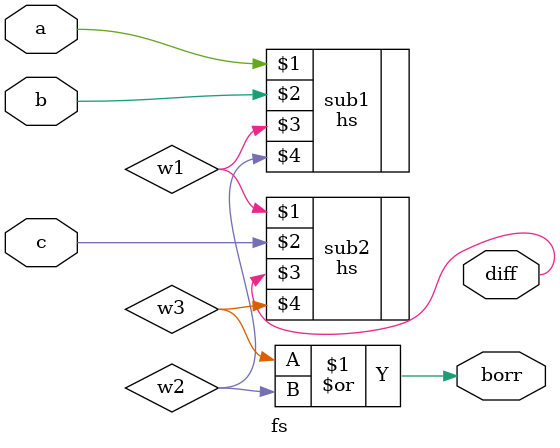
<source format=v>
`include "hs.v"

module fs(a,b,c,diff,borr);
	input a,b,c;
	output diff,borr;
	wire w1,w2,w3;

	hs sub1(a,b,w1,w2);
	hs sub2(w1,c,diff,w3);

	or O1(borr,w3,w2);

endmodule

</source>
